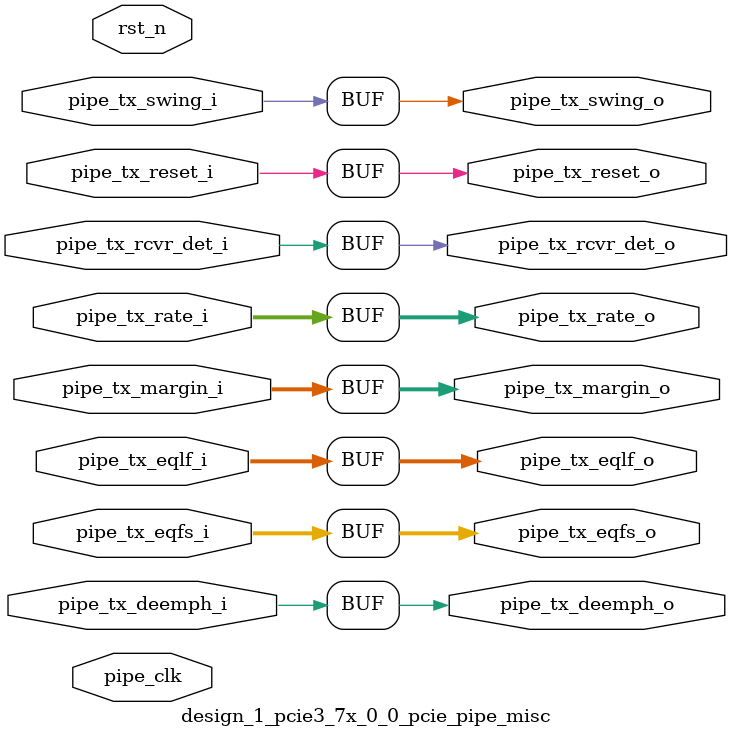
<source format=v>

`timescale 1ps/1ps

module design_1_pcie3_7x_0_0_pcie_pipe_misc #
(
  parameter        TCQ = 100,
  parameter        PIPE_PIPELINE_STAGES = 0    // 0 - 0 stages, 1 - 1 stage, 2 - 2 stages
) (

  input   wire        pipe_tx_rcvr_det_i      ,     // PIPE Tx Receiver Detect
  input   wire        pipe_tx_reset_i         ,     // PIPE Tx Reset
  input   wire [1:0]  pipe_tx_rate_i          ,     // PIPE Tx Rate
  input   wire        pipe_tx_deemph_i        ,     // PIPE Tx Deemphasis
  input   wire [2:0]  pipe_tx_margin_i        ,     // PIPE Tx Margin
  input   wire        pipe_tx_swing_i         ,     // PIPE Tx Swing
  input   wire [5:0]  pipe_tx_eqfs_i          ,     // PIPE Tx
  input   wire [5:0]  pipe_tx_eqlf_i          ,     // PIPE Tx
  output  wire        pipe_tx_rcvr_det_o      ,     // Pipelined PIPE Tx Receiver Detect
  output  wire        pipe_tx_reset_o         ,     // Pipelined PIPE Tx Reset
  output  wire [1:0]  pipe_tx_rate_o          ,     // Pipelined PIPE Tx Rate
  output  wire        pipe_tx_deemph_o        ,     // Pipelined PIPE Tx Deemphasis
  output  wire [2:0]  pipe_tx_margin_o        ,     // Pipelined PIPE Tx Margin
  output  wire        pipe_tx_swing_o         ,     // Pipelined PIPE Tx Swing
  output wire [5:0]  pipe_tx_eqfs_o           ,     // PIPE Tx
  output wire [5:0]  pipe_tx_eqlf_o           ,     // PIPE Tx

  input   wire        pipe_clk                ,     // PIPE Clock
  input   wire        rst_n                         // Reset
);

  //******************************************************************//
  // Reality check.                                                   //
  //******************************************************************//

  reg                pipe_tx_rcvr_det_q       ;
  reg                pipe_tx_reset_q          ;
  reg [1:0]          pipe_tx_rate_q           ;
  reg                pipe_tx_deemph_q         ;
  reg [2:0]          pipe_tx_margin_q         ;
  reg                pipe_tx_swing_q          ;
  reg                pipe_tx_eqfs_q          ;
  reg                pipe_tx_eqlf_q          ;

  reg                pipe_tx_rcvr_det_qq      ;
  reg                pipe_tx_reset_qq         ;
  reg [1:0]          pipe_tx_rate_qq          ;
  reg                pipe_tx_deemph_qq        ;
  reg [2:0]          pipe_tx_margin_qq        ;
  reg                pipe_tx_swing_qq         ;
  reg                pipe_tx_eqfs_qq          ;
  reg                pipe_tx_eqlf_qq          ;


  generate

  if (PIPE_PIPELINE_STAGES == 0) begin : pipe_stages_0

      assign pipe_tx_rcvr_det_o = pipe_tx_rcvr_det_i;
      assign pipe_tx_reset_o    = pipe_tx_reset_i;
      assign pipe_tx_rate_o     = pipe_tx_rate_i;
      assign pipe_tx_deemph_o   = pipe_tx_deemph_i;
      assign pipe_tx_margin_o   = pipe_tx_margin_i;
      assign pipe_tx_swing_o    = pipe_tx_swing_i;
      assign pipe_tx_eqfs_o     = pipe_tx_eqfs_i;
      assign pipe_tx_eqlf_o     = pipe_tx_eqlf_i;

  end // if (PIPE_PIPELINE_STAGES == 0)
  else if (PIPE_PIPELINE_STAGES == 1) begin : pipe_stages_1

    always @(posedge pipe_clk) begin

      if (!rst_n)
      begin

        pipe_tx_rcvr_det_q <= #TCQ 1'b0;
        pipe_tx_reset_q    <= #TCQ 1'b1;
        pipe_tx_rate_q     <= #TCQ 2'b0;
        pipe_tx_deemph_q   <= #TCQ 1'b1;
        pipe_tx_margin_q   <= #TCQ 3'b0;
        pipe_tx_swing_q    <= #TCQ 1'b0;
        pipe_tx_eqfs_q     <= #TCQ 5'b0;
        pipe_tx_eqlf_q     <= #TCQ 5'b0;

      end
      else
      begin

        pipe_tx_rcvr_det_q <= #TCQ pipe_tx_rcvr_det_i;
        pipe_tx_reset_q    <= #TCQ pipe_tx_reset_i;
        pipe_tx_rate_q     <= #TCQ pipe_tx_rate_i;
        pipe_tx_deemph_q   <= #TCQ pipe_tx_deemph_i;
        pipe_tx_margin_q   <= #TCQ pipe_tx_margin_i;
        pipe_tx_swing_q    <= #TCQ pipe_tx_swing_i;
        pipe_tx_eqfs_q     <= #TCQ pipe_tx_eqfs_i;
        pipe_tx_eqlf_q     <= #TCQ pipe_tx_eqlf_i;

      end

    end

    assign pipe_tx_rcvr_det_o = pipe_tx_rcvr_det_q;
    assign pipe_tx_reset_o    = pipe_tx_reset_q;
    assign pipe_tx_rate_o     = pipe_tx_rate_q;
    assign pipe_tx_deemph_o   = pipe_tx_deemph_q;
    assign pipe_tx_margin_o   = pipe_tx_margin_q;
    assign pipe_tx_swing_o    = pipe_tx_swing_q;
    assign pipe_tx_eqfs_o     = pipe_tx_eqfs_q;
    assign pipe_tx_eqlf_o     = pipe_tx_eqlf_q;

  end // if (PIPE_PIPELINE_STAGES == 1)
  else if (PIPE_PIPELINE_STAGES == 2) begin : pipe_stages_2

    always @(posedge pipe_clk) begin

      if (!rst_n)
      begin

        pipe_tx_rcvr_det_q  <= #TCQ 1'b0;
        pipe_tx_reset_q     <= #TCQ 1'b1;
        pipe_tx_rate_q      <= #TCQ 2'b0;
        pipe_tx_deemph_q    <= #TCQ 1'b1;
        pipe_tx_margin_q    <= #TCQ 1'b0;
        pipe_tx_swing_q     <= #TCQ 1'b0;
        pipe_tx_eqfs_q      <= #TCQ 5'b0;
        pipe_tx_eqlf_q      <= #TCQ 5'b0;

        pipe_tx_rcvr_det_qq <= #TCQ 1'b0;
        pipe_tx_reset_qq    <= #TCQ 1'b1;
        pipe_tx_rate_qq     <= #TCQ 2'b0;
        pipe_tx_deemph_qq   <= #TCQ 1'b1;
        pipe_tx_margin_qq   <= #TCQ 1'b0;
        pipe_tx_swing_qq    <= #TCQ 1'b0;
        pipe_tx_eqfs_qq     <= #TCQ 5'b0;
        pipe_tx_eqlf_qq     <= #TCQ 5'b0;

      end
      else
      begin

        pipe_tx_rcvr_det_q  <= #TCQ pipe_tx_rcvr_det_i;
        pipe_tx_reset_q     <= #TCQ pipe_tx_reset_i;
        pipe_tx_rate_q      <= #TCQ pipe_tx_rate_i;
        pipe_tx_deemph_q    <= #TCQ pipe_tx_deemph_i;
        pipe_tx_margin_q    <= #TCQ pipe_tx_margin_i;
        pipe_tx_swing_q     <= #TCQ pipe_tx_swing_i;
        pipe_tx_eqfs_q      <= #TCQ pipe_tx_eqfs_i;
        pipe_tx_eqlf_q      <= #TCQ pipe_tx_eqlf_i;

        pipe_tx_rcvr_det_qq <= #TCQ pipe_tx_rcvr_det_q;
        pipe_tx_reset_qq    <= #TCQ pipe_tx_reset_q;
        pipe_tx_rate_qq     <= #TCQ pipe_tx_rate_q;
        pipe_tx_deemph_qq   <= #TCQ pipe_tx_deemph_q;
        pipe_tx_margin_qq   <= #TCQ pipe_tx_margin_q;
        pipe_tx_swing_qq    <= #TCQ pipe_tx_swing_q;
        pipe_tx_eqfs_qq     <= #TCQ pipe_tx_eqfs_q;
        pipe_tx_eqlf_qq     <= #TCQ pipe_tx_eqlf_q;

      end

    end

    assign pipe_tx_rcvr_det_o = pipe_tx_rcvr_det_qq;
    assign pipe_tx_reset_o    = pipe_tx_reset_qq;
    assign pipe_tx_rate_o     = pipe_tx_rate_qq;
    assign pipe_tx_deemph_o   = pipe_tx_deemph_qq;
    assign pipe_tx_margin_o   = pipe_tx_margin_qq;
    assign pipe_tx_swing_o    = pipe_tx_swing_qq;
    assign pipe_tx_eqfs_o     = pipe_tx_eqfs_qq;
    assign pipe_tx_eqlf_o     = pipe_tx_eqlf_qq;

  end // if (PIPE_PIPELINE_STAGES == 2)

  // Default to zero pipeline stages if PIPE_PIPELINE_STAGES != 0,1,2
  else begin
    assign pipe_tx_rcvr_det_o = pipe_tx_rcvr_det_i;
    assign pipe_tx_reset_o    = pipe_tx_reset_i;
    assign pipe_tx_rate_o     = pipe_tx_rate_i;
    assign pipe_tx_deemph_o   = pipe_tx_deemph_i;
    assign pipe_tx_margin_o   = pipe_tx_margin_i;
    assign pipe_tx_swing_o    = pipe_tx_swing_i;
    assign pipe_tx_eqfs_o     = pipe_tx_eqfs_i;
    assign pipe_tx_eqlf_o     = pipe_tx_eqlf_i;
  end
  endgenerate

endmodule


</source>
